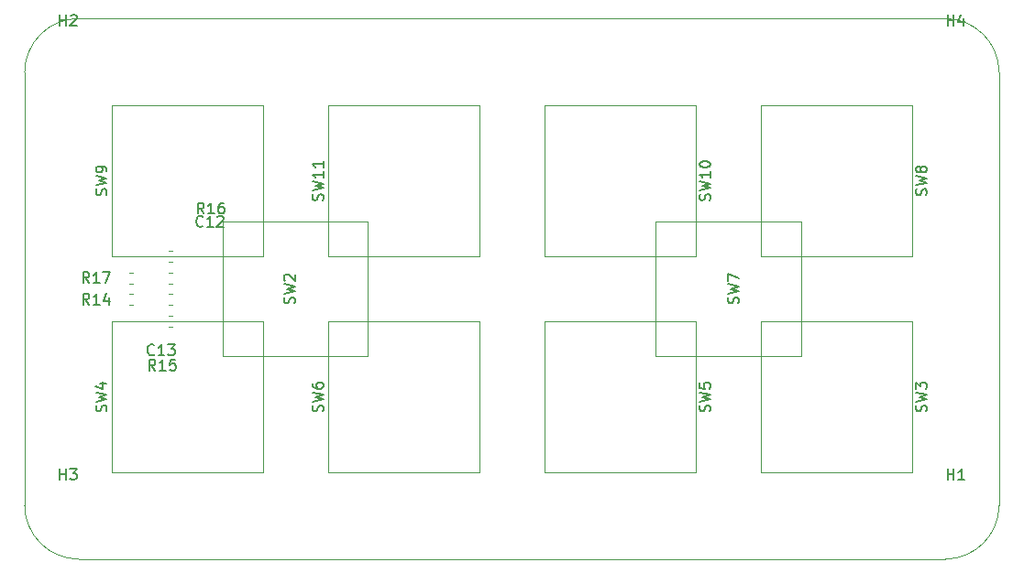
<source format=gto>
G04 #@! TF.GenerationSoftware,KiCad,Pcbnew,(5.99.0-4013-gfd874d834)*
G04 #@! TF.CreationDate,2020-10-14T12:43:31+02:00*
G04 #@! TF.ProjectId,OtterPill,4f747465-7250-4696-9c6c-2e6b69636164,rev?*
G04 #@! TF.SameCoordinates,Original*
G04 #@! TF.FileFunction,Legend,Top*
G04 #@! TF.FilePolarity,Positive*
%FSLAX46Y46*%
G04 Gerber Fmt 4.6, Leading zero omitted, Abs format (unit mm)*
G04 Created by KiCad (PCBNEW (5.99.0-4013-gfd874d834)) date 2020-10-14 12:43:31*
%MOMM*%
%LPD*%
G01*
G04 APERTURE LIST*
G04 #@! TA.AperFunction,Profile*
%ADD10C,0.050000*%
G04 #@! TD*
%ADD11C,0.150000*%
%ADD12C,0.120000*%
G04 APERTURE END LIST*
D10*
X225200000Y-48500000D02*
X225200000Y-88500000D01*
X140200000Y-93500000D02*
G75*
G02*
X135200000Y-88500000I0J5000000D01*
G01*
X220200000Y-43500000D02*
G75*
G02*
X225200000Y-48500000I0J-5000000D01*
G01*
X225200000Y-88500000D02*
G75*
G02*
X220200000Y-93500000I-5000000J0D01*
G01*
X140200000Y-43500000D02*
X220200000Y-43500000D01*
X135200000Y-48500000D02*
G75*
G02*
X140200000Y-43500000I5000000J0D01*
G01*
X135200000Y-88500000D02*
X135200000Y-48500000D01*
X220200000Y-93500000D02*
X140200000Y-93500000D01*
D11*
X151657142Y-62657142D02*
X151609523Y-62704761D01*
X151466666Y-62752380D01*
X151371428Y-62752380D01*
X151228571Y-62704761D01*
X151133333Y-62609523D01*
X151085714Y-62514285D01*
X151038095Y-62323809D01*
X151038095Y-62180952D01*
X151085714Y-61990476D01*
X151133333Y-61895238D01*
X151228571Y-61800000D01*
X151371428Y-61752380D01*
X151466666Y-61752380D01*
X151609523Y-61800000D01*
X151657142Y-61847619D01*
X152609523Y-62752380D02*
X152038095Y-62752380D01*
X152323809Y-62752380D02*
X152323809Y-61752380D01*
X152228571Y-61895238D01*
X152133333Y-61990476D01*
X152038095Y-62038095D01*
X152990476Y-61847619D02*
X153038095Y-61800000D01*
X153133333Y-61752380D01*
X153371428Y-61752380D01*
X153466666Y-61800000D01*
X153514285Y-61847619D01*
X153561904Y-61942857D01*
X153561904Y-62038095D01*
X153514285Y-62180952D01*
X152942857Y-62752380D01*
X153561904Y-62752380D01*
X147157142Y-74557142D02*
X147109523Y-74604761D01*
X146966666Y-74652380D01*
X146871428Y-74652380D01*
X146728571Y-74604761D01*
X146633333Y-74509523D01*
X146585714Y-74414285D01*
X146538095Y-74223809D01*
X146538095Y-74080952D01*
X146585714Y-73890476D01*
X146633333Y-73795238D01*
X146728571Y-73700000D01*
X146871428Y-73652380D01*
X146966666Y-73652380D01*
X147109523Y-73700000D01*
X147157142Y-73747619D01*
X148109523Y-74652380D02*
X147538095Y-74652380D01*
X147823809Y-74652380D02*
X147823809Y-73652380D01*
X147728571Y-73795238D01*
X147633333Y-73890476D01*
X147538095Y-73938095D01*
X148442857Y-73652380D02*
X149061904Y-73652380D01*
X148728571Y-74033333D01*
X148871428Y-74033333D01*
X148966666Y-74080952D01*
X149014285Y-74128571D01*
X149061904Y-74223809D01*
X149061904Y-74461904D01*
X149014285Y-74557142D01*
X148966666Y-74604761D01*
X148871428Y-74652380D01*
X148585714Y-74652380D01*
X148490476Y-74604761D01*
X148442857Y-74557142D01*
X141157142Y-69952380D02*
X140823809Y-69476190D01*
X140585714Y-69952380D02*
X140585714Y-68952380D01*
X140966666Y-68952380D01*
X141061904Y-69000000D01*
X141109523Y-69047619D01*
X141157142Y-69142857D01*
X141157142Y-69285714D01*
X141109523Y-69380952D01*
X141061904Y-69428571D01*
X140966666Y-69476190D01*
X140585714Y-69476190D01*
X142109523Y-69952380D02*
X141538095Y-69952380D01*
X141823809Y-69952380D02*
X141823809Y-68952380D01*
X141728571Y-69095238D01*
X141633333Y-69190476D01*
X141538095Y-69238095D01*
X142966666Y-69285714D02*
X142966666Y-69952380D01*
X142728571Y-68904761D02*
X142490476Y-69619047D01*
X143109523Y-69619047D01*
X147257142Y-76052380D02*
X146923809Y-75576190D01*
X146685714Y-76052380D02*
X146685714Y-75052380D01*
X147066666Y-75052380D01*
X147161904Y-75100000D01*
X147209523Y-75147619D01*
X147257142Y-75242857D01*
X147257142Y-75385714D01*
X147209523Y-75480952D01*
X147161904Y-75528571D01*
X147066666Y-75576190D01*
X146685714Y-75576190D01*
X148209523Y-76052380D02*
X147638095Y-76052380D01*
X147923809Y-76052380D02*
X147923809Y-75052380D01*
X147828571Y-75195238D01*
X147733333Y-75290476D01*
X147638095Y-75338095D01*
X149114285Y-75052380D02*
X148638095Y-75052380D01*
X148590476Y-75528571D01*
X148638095Y-75480952D01*
X148733333Y-75433333D01*
X148971428Y-75433333D01*
X149066666Y-75480952D01*
X149114285Y-75528571D01*
X149161904Y-75623809D01*
X149161904Y-75861904D01*
X149114285Y-75957142D01*
X149066666Y-76004761D01*
X148971428Y-76052380D01*
X148733333Y-76052380D01*
X148638095Y-76004761D01*
X148590476Y-75957142D01*
X151757142Y-61552380D02*
X151423809Y-61076190D01*
X151185714Y-61552380D02*
X151185714Y-60552380D01*
X151566666Y-60552380D01*
X151661904Y-60600000D01*
X151709523Y-60647619D01*
X151757142Y-60742857D01*
X151757142Y-60885714D01*
X151709523Y-60980952D01*
X151661904Y-61028571D01*
X151566666Y-61076190D01*
X151185714Y-61076190D01*
X152709523Y-61552380D02*
X152138095Y-61552380D01*
X152423809Y-61552380D02*
X152423809Y-60552380D01*
X152328571Y-60695238D01*
X152233333Y-60790476D01*
X152138095Y-60838095D01*
X153566666Y-60552380D02*
X153376190Y-60552380D01*
X153280952Y-60600000D01*
X153233333Y-60647619D01*
X153138095Y-60790476D01*
X153090476Y-60980952D01*
X153090476Y-61361904D01*
X153138095Y-61457142D01*
X153185714Y-61504761D01*
X153280952Y-61552380D01*
X153471428Y-61552380D01*
X153566666Y-61504761D01*
X153614285Y-61457142D01*
X153661904Y-61361904D01*
X153661904Y-61123809D01*
X153614285Y-61028571D01*
X153566666Y-60980952D01*
X153471428Y-60933333D01*
X153280952Y-60933333D01*
X153185714Y-60980952D01*
X153138095Y-61028571D01*
X153090476Y-61123809D01*
X141157142Y-67952380D02*
X140823809Y-67476190D01*
X140585714Y-67952380D02*
X140585714Y-66952380D01*
X140966666Y-66952380D01*
X141061904Y-67000000D01*
X141109523Y-67047619D01*
X141157142Y-67142857D01*
X141157142Y-67285714D01*
X141109523Y-67380952D01*
X141061904Y-67428571D01*
X140966666Y-67476190D01*
X140585714Y-67476190D01*
X142109523Y-67952380D02*
X141538095Y-67952380D01*
X141823809Y-67952380D02*
X141823809Y-66952380D01*
X141728571Y-67095238D01*
X141633333Y-67190476D01*
X141538095Y-67238095D01*
X142442857Y-66952380D02*
X143109523Y-66952380D01*
X142680952Y-67952380D01*
X160104761Y-69833333D02*
X160152380Y-69690476D01*
X160152380Y-69452380D01*
X160104761Y-69357142D01*
X160057142Y-69309523D01*
X159961904Y-69261904D01*
X159866666Y-69261904D01*
X159771428Y-69309523D01*
X159723809Y-69357142D01*
X159676190Y-69452380D01*
X159628571Y-69642857D01*
X159580952Y-69738095D01*
X159533333Y-69785714D01*
X159438095Y-69833333D01*
X159342857Y-69833333D01*
X159247619Y-69785714D01*
X159200000Y-69738095D01*
X159152380Y-69642857D01*
X159152380Y-69404761D01*
X159200000Y-69261904D01*
X159152380Y-68928571D02*
X160152380Y-68690476D01*
X159438095Y-68500000D01*
X160152380Y-68309523D01*
X159152380Y-68071428D01*
X159247619Y-67738095D02*
X159200000Y-67690476D01*
X159152380Y-67595238D01*
X159152380Y-67357142D01*
X159200000Y-67261904D01*
X159247619Y-67214285D01*
X159342857Y-67166666D01*
X159438095Y-67166666D01*
X159580952Y-67214285D01*
X160152380Y-67785714D01*
X160152380Y-67166666D01*
X142730761Y-79833333D02*
X142778380Y-79690476D01*
X142778380Y-79452380D01*
X142730761Y-79357142D01*
X142683142Y-79309523D01*
X142587904Y-79261904D01*
X142492666Y-79261904D01*
X142397428Y-79309523D01*
X142349809Y-79357142D01*
X142302190Y-79452380D01*
X142254571Y-79642857D01*
X142206952Y-79738095D01*
X142159333Y-79785714D01*
X142064095Y-79833333D01*
X141968857Y-79833333D01*
X141873619Y-79785714D01*
X141826000Y-79738095D01*
X141778380Y-79642857D01*
X141778380Y-79404761D01*
X141826000Y-79261904D01*
X141778380Y-78928571D02*
X142778380Y-78690476D01*
X142064095Y-78500000D01*
X142778380Y-78309523D01*
X141778380Y-78071428D01*
X142111714Y-77261904D02*
X142778380Y-77261904D01*
X141730761Y-77500000D02*
X142445047Y-77738095D01*
X142445047Y-77119047D01*
X201104761Y-69833333D02*
X201152380Y-69690476D01*
X201152380Y-69452380D01*
X201104761Y-69357142D01*
X201057142Y-69309523D01*
X200961904Y-69261904D01*
X200866666Y-69261904D01*
X200771428Y-69309523D01*
X200723809Y-69357142D01*
X200676190Y-69452380D01*
X200628571Y-69642857D01*
X200580952Y-69738095D01*
X200533333Y-69785714D01*
X200438095Y-69833333D01*
X200342857Y-69833333D01*
X200247619Y-69785714D01*
X200200000Y-69738095D01*
X200152380Y-69642857D01*
X200152380Y-69404761D01*
X200200000Y-69261904D01*
X200152380Y-68928571D02*
X201152380Y-68690476D01*
X200438095Y-68500000D01*
X201152380Y-68309523D01*
X200152380Y-68071428D01*
X200152380Y-67785714D02*
X200152380Y-67119047D01*
X201152380Y-67547619D01*
X218478761Y-59833333D02*
X218526380Y-59690476D01*
X218526380Y-59452380D01*
X218478761Y-59357142D01*
X218431142Y-59309523D01*
X218335904Y-59261904D01*
X218240666Y-59261904D01*
X218145428Y-59309523D01*
X218097809Y-59357142D01*
X218050190Y-59452380D01*
X218002571Y-59642857D01*
X217954952Y-59738095D01*
X217907333Y-59785714D01*
X217812095Y-59833333D01*
X217716857Y-59833333D01*
X217621619Y-59785714D01*
X217574000Y-59738095D01*
X217526380Y-59642857D01*
X217526380Y-59404761D01*
X217574000Y-59261904D01*
X217526380Y-58928571D02*
X218526380Y-58690476D01*
X217812095Y-58500000D01*
X218526380Y-58309523D01*
X217526380Y-58071428D01*
X217954952Y-57547619D02*
X217907333Y-57642857D01*
X217859714Y-57690476D01*
X217764476Y-57738095D01*
X217716857Y-57738095D01*
X217621619Y-57690476D01*
X217574000Y-57642857D01*
X217526380Y-57547619D01*
X217526380Y-57357142D01*
X217574000Y-57261904D01*
X217621619Y-57214285D01*
X217716857Y-57166666D01*
X217764476Y-57166666D01*
X217859714Y-57214285D01*
X217907333Y-57261904D01*
X217954952Y-57357142D01*
X217954952Y-57547619D01*
X218002571Y-57642857D01*
X218050190Y-57690476D01*
X218145428Y-57738095D01*
X218335904Y-57738095D01*
X218431142Y-57690476D01*
X218478761Y-57642857D01*
X218526380Y-57547619D01*
X218526380Y-57357142D01*
X218478761Y-57261904D01*
X218431142Y-57214285D01*
X218335904Y-57166666D01*
X218145428Y-57166666D01*
X218050190Y-57214285D01*
X218002571Y-57261904D01*
X217954952Y-57357142D01*
X142730761Y-59833333D02*
X142778380Y-59690476D01*
X142778380Y-59452380D01*
X142730761Y-59357142D01*
X142683142Y-59309523D01*
X142587904Y-59261904D01*
X142492666Y-59261904D01*
X142397428Y-59309523D01*
X142349809Y-59357142D01*
X142302190Y-59452380D01*
X142254571Y-59642857D01*
X142206952Y-59738095D01*
X142159333Y-59785714D01*
X142064095Y-59833333D01*
X141968857Y-59833333D01*
X141873619Y-59785714D01*
X141826000Y-59738095D01*
X141778380Y-59642857D01*
X141778380Y-59404761D01*
X141826000Y-59261904D01*
X141778380Y-58928571D02*
X142778380Y-58690476D01*
X142064095Y-58500000D01*
X142778380Y-58309523D01*
X141778380Y-58071428D01*
X142778380Y-57642857D02*
X142778380Y-57452380D01*
X142730761Y-57357142D01*
X142683142Y-57309523D01*
X142540285Y-57214285D01*
X142349809Y-57166666D01*
X141968857Y-57166666D01*
X141873619Y-57214285D01*
X141826000Y-57261904D01*
X141778380Y-57357142D01*
X141778380Y-57547619D01*
X141826000Y-57642857D01*
X141873619Y-57690476D01*
X141968857Y-57738095D01*
X142206952Y-57738095D01*
X142302190Y-57690476D01*
X142349809Y-57642857D01*
X142397428Y-57547619D01*
X142397428Y-57357142D01*
X142349809Y-57261904D01*
X142302190Y-57214285D01*
X142206952Y-57166666D01*
X198478761Y-60309523D02*
X198526380Y-60166666D01*
X198526380Y-59928571D01*
X198478761Y-59833333D01*
X198431142Y-59785714D01*
X198335904Y-59738095D01*
X198240666Y-59738095D01*
X198145428Y-59785714D01*
X198097809Y-59833333D01*
X198050190Y-59928571D01*
X198002571Y-60119047D01*
X197954952Y-60214285D01*
X197907333Y-60261904D01*
X197812095Y-60309523D01*
X197716857Y-60309523D01*
X197621619Y-60261904D01*
X197574000Y-60214285D01*
X197526380Y-60119047D01*
X197526380Y-59880952D01*
X197574000Y-59738095D01*
X197526380Y-59404761D02*
X198526380Y-59166666D01*
X197812095Y-58976190D01*
X198526380Y-58785714D01*
X197526380Y-58547619D01*
X198526380Y-57642857D02*
X198526380Y-58214285D01*
X198526380Y-57928571D02*
X197526380Y-57928571D01*
X197669238Y-58023809D01*
X197764476Y-58119047D01*
X197812095Y-58214285D01*
X197526380Y-57023809D02*
X197526380Y-56928571D01*
X197574000Y-56833333D01*
X197621619Y-56785714D01*
X197716857Y-56738095D01*
X197907333Y-56690476D01*
X198145428Y-56690476D01*
X198335904Y-56738095D01*
X198431142Y-56785714D01*
X198478761Y-56833333D01*
X198526380Y-56928571D01*
X198526380Y-57023809D01*
X198478761Y-57119047D01*
X198431142Y-57166666D01*
X198335904Y-57214285D01*
X198145428Y-57261904D01*
X197907333Y-57261904D01*
X197716857Y-57214285D01*
X197621619Y-57166666D01*
X197574000Y-57119047D01*
X197526380Y-57023809D01*
X162730761Y-60309523D02*
X162778380Y-60166666D01*
X162778380Y-59928571D01*
X162730761Y-59833333D01*
X162683142Y-59785714D01*
X162587904Y-59738095D01*
X162492666Y-59738095D01*
X162397428Y-59785714D01*
X162349809Y-59833333D01*
X162302190Y-59928571D01*
X162254571Y-60119047D01*
X162206952Y-60214285D01*
X162159333Y-60261904D01*
X162064095Y-60309523D01*
X161968857Y-60309523D01*
X161873619Y-60261904D01*
X161826000Y-60214285D01*
X161778380Y-60119047D01*
X161778380Y-59880952D01*
X161826000Y-59738095D01*
X161778380Y-59404761D02*
X162778380Y-59166666D01*
X162064095Y-58976190D01*
X162778380Y-58785714D01*
X161778380Y-58547619D01*
X162778380Y-57642857D02*
X162778380Y-58214285D01*
X162778380Y-57928571D02*
X161778380Y-57928571D01*
X161921238Y-58023809D01*
X162016476Y-58119047D01*
X162064095Y-58214285D01*
X162778380Y-56690476D02*
X162778380Y-57261904D01*
X162778380Y-56976190D02*
X161778380Y-56976190D01*
X161921238Y-57071428D01*
X162016476Y-57166666D01*
X162064095Y-57261904D01*
X198478761Y-79833333D02*
X198526380Y-79690476D01*
X198526380Y-79452380D01*
X198478761Y-79357142D01*
X198431142Y-79309523D01*
X198335904Y-79261904D01*
X198240666Y-79261904D01*
X198145428Y-79309523D01*
X198097809Y-79357142D01*
X198050190Y-79452380D01*
X198002571Y-79642857D01*
X197954952Y-79738095D01*
X197907333Y-79785714D01*
X197812095Y-79833333D01*
X197716857Y-79833333D01*
X197621619Y-79785714D01*
X197574000Y-79738095D01*
X197526380Y-79642857D01*
X197526380Y-79404761D01*
X197574000Y-79261904D01*
X197526380Y-78928571D02*
X198526380Y-78690476D01*
X197812095Y-78500000D01*
X198526380Y-78309523D01*
X197526380Y-78071428D01*
X197526380Y-77214285D02*
X197526380Y-77690476D01*
X198002571Y-77738095D01*
X197954952Y-77690476D01*
X197907333Y-77595238D01*
X197907333Y-77357142D01*
X197954952Y-77261904D01*
X198002571Y-77214285D01*
X198097809Y-77166666D01*
X198335904Y-77166666D01*
X198431142Y-77214285D01*
X198478761Y-77261904D01*
X198526380Y-77357142D01*
X198526380Y-77595238D01*
X198478761Y-77690476D01*
X198431142Y-77738095D01*
X218478761Y-79833333D02*
X218526380Y-79690476D01*
X218526380Y-79452380D01*
X218478761Y-79357142D01*
X218431142Y-79309523D01*
X218335904Y-79261904D01*
X218240666Y-79261904D01*
X218145428Y-79309523D01*
X218097809Y-79357142D01*
X218050190Y-79452380D01*
X218002571Y-79642857D01*
X217954952Y-79738095D01*
X217907333Y-79785714D01*
X217812095Y-79833333D01*
X217716857Y-79833333D01*
X217621619Y-79785714D01*
X217574000Y-79738095D01*
X217526380Y-79642857D01*
X217526380Y-79404761D01*
X217574000Y-79261904D01*
X217526380Y-78928571D02*
X218526380Y-78690476D01*
X217812095Y-78500000D01*
X218526380Y-78309523D01*
X217526380Y-78071428D01*
X217526380Y-77785714D02*
X217526380Y-77166666D01*
X217907333Y-77500000D01*
X217907333Y-77357142D01*
X217954952Y-77261904D01*
X218002571Y-77214285D01*
X218097809Y-77166666D01*
X218335904Y-77166666D01*
X218431142Y-77214285D01*
X218478761Y-77261904D01*
X218526380Y-77357142D01*
X218526380Y-77642857D01*
X218478761Y-77738095D01*
X218431142Y-77785714D01*
X220438095Y-86152380D02*
X220438095Y-85152380D01*
X220438095Y-85628571D02*
X221009523Y-85628571D01*
X221009523Y-86152380D02*
X221009523Y-85152380D01*
X222009523Y-86152380D02*
X221438095Y-86152380D01*
X221723809Y-86152380D02*
X221723809Y-85152380D01*
X221628571Y-85295238D01*
X221533333Y-85390476D01*
X221438095Y-85438095D01*
X138438095Y-44152380D02*
X138438095Y-43152380D01*
X138438095Y-43628571D02*
X139009523Y-43628571D01*
X139009523Y-44152380D02*
X139009523Y-43152380D01*
X139438095Y-43247619D02*
X139485714Y-43200000D01*
X139580952Y-43152380D01*
X139819047Y-43152380D01*
X139914285Y-43200000D01*
X139961904Y-43247619D01*
X140009523Y-43342857D01*
X140009523Y-43438095D01*
X139961904Y-43580952D01*
X139390476Y-44152380D01*
X140009523Y-44152380D01*
X220438095Y-44152380D02*
X220438095Y-43152380D01*
X220438095Y-43628571D02*
X221009523Y-43628571D01*
X221009523Y-44152380D02*
X221009523Y-43152380D01*
X221914285Y-43485714D02*
X221914285Y-44152380D01*
X221676190Y-43104761D02*
X221438095Y-43819047D01*
X222057142Y-43819047D01*
X138438095Y-86152380D02*
X138438095Y-85152380D01*
X138438095Y-85628571D02*
X139009523Y-85628571D01*
X139009523Y-86152380D02*
X139009523Y-85152380D01*
X139390476Y-85152380D02*
X140009523Y-85152380D01*
X139676190Y-85533333D01*
X139819047Y-85533333D01*
X139914285Y-85580952D01*
X139961904Y-85628571D01*
X140009523Y-85723809D01*
X140009523Y-85961904D01*
X139961904Y-86057142D01*
X139914285Y-86104761D01*
X139819047Y-86152380D01*
X139533333Y-86152380D01*
X139438095Y-86104761D01*
X139390476Y-86057142D01*
X162730761Y-79833333D02*
X162778380Y-79690476D01*
X162778380Y-79452380D01*
X162730761Y-79357142D01*
X162683142Y-79309523D01*
X162587904Y-79261904D01*
X162492666Y-79261904D01*
X162397428Y-79309523D01*
X162349809Y-79357142D01*
X162302190Y-79452380D01*
X162254571Y-79642857D01*
X162206952Y-79738095D01*
X162159333Y-79785714D01*
X162064095Y-79833333D01*
X161968857Y-79833333D01*
X161873619Y-79785714D01*
X161826000Y-79738095D01*
X161778380Y-79642857D01*
X161778380Y-79404761D01*
X161826000Y-79261904D01*
X161778380Y-78928571D02*
X162778380Y-78690476D01*
X162064095Y-78500000D01*
X162778380Y-78309523D01*
X161778380Y-78071428D01*
X161778380Y-77261904D02*
X161778380Y-77452380D01*
X161826000Y-77547619D01*
X161873619Y-77595238D01*
X162016476Y-77690476D01*
X162206952Y-77738095D01*
X162587904Y-77738095D01*
X162683142Y-77690476D01*
X162730761Y-77642857D01*
X162778380Y-77547619D01*
X162778380Y-77357142D01*
X162730761Y-77261904D01*
X162683142Y-77214285D01*
X162587904Y-77166666D01*
X162349809Y-77166666D01*
X162254571Y-77214285D01*
X162206952Y-77261904D01*
X162159333Y-77357142D01*
X162159333Y-77547619D01*
X162206952Y-77642857D01*
X162254571Y-77690476D01*
X162349809Y-77738095D01*
D12*
X148528733Y-70010000D02*
X148871267Y-70010000D01*
X148528733Y-68990000D02*
X148871267Y-68990000D01*
X148871267Y-66990000D02*
X148528733Y-66990000D01*
X148871267Y-68010000D02*
X148528733Y-68010000D01*
X144828733Y-68990000D02*
X145171267Y-68990000D01*
X144828733Y-70010000D02*
X145171267Y-70010000D01*
X148871267Y-70990000D02*
X148528733Y-70990000D01*
X148871267Y-72010000D02*
X148528733Y-72010000D01*
X148528733Y-66010000D02*
X148871267Y-66010000D01*
X148528733Y-64990000D02*
X148871267Y-64990000D01*
X145171267Y-68010000D02*
X144828733Y-68010000D01*
X145171267Y-66990000D02*
X144828733Y-66990000D01*
X166900000Y-62300000D02*
X166900000Y-74700000D01*
X153500000Y-74700000D02*
X153500000Y-62300000D01*
X153500000Y-62300000D02*
X166900000Y-62300000D01*
X166900000Y-74700000D02*
X153500000Y-74700000D01*
X143215000Y-71515000D02*
X157185000Y-71515000D01*
X157185000Y-85485000D02*
X143215000Y-85485000D01*
X143215000Y-85485000D02*
X143215000Y-71515000D01*
X157185000Y-71515000D02*
X157185000Y-85485000D01*
X206900000Y-74700000D02*
X193500000Y-74700000D01*
X206900000Y-62300000D02*
X206900000Y-74700000D01*
X193500000Y-62300000D02*
X206900000Y-62300000D01*
X193500000Y-74700000D02*
X193500000Y-62300000D01*
X217185000Y-51515000D02*
X217185000Y-65485000D01*
X217185000Y-65485000D02*
X203215000Y-65485000D01*
X203215000Y-51515000D02*
X217185000Y-51515000D01*
X203215000Y-65485000D02*
X203215000Y-51515000D01*
X143215000Y-51515000D02*
X157185000Y-51515000D01*
X143215000Y-65485000D02*
X143215000Y-51515000D01*
X157185000Y-51515000D02*
X157185000Y-65485000D01*
X157185000Y-65485000D02*
X143215000Y-65485000D01*
X197185000Y-51515000D02*
X197185000Y-65485000D01*
X197185000Y-65485000D02*
X183215000Y-65485000D01*
X183215000Y-51515000D02*
X197185000Y-51515000D01*
X183215000Y-65485000D02*
X183215000Y-51515000D01*
X163215000Y-51515000D02*
X177185000Y-51515000D01*
X177185000Y-65485000D02*
X163215000Y-65485000D01*
X163215000Y-65485000D02*
X163215000Y-51515000D01*
X177185000Y-51515000D02*
X177185000Y-65485000D01*
X183215000Y-71515000D02*
X197185000Y-71515000D01*
X183215000Y-85485000D02*
X183215000Y-71515000D01*
X197185000Y-85485000D02*
X183215000Y-85485000D01*
X197185000Y-71515000D02*
X197185000Y-85485000D01*
X203215000Y-71515000D02*
X217185000Y-71515000D01*
X217185000Y-71515000D02*
X217185000Y-85485000D01*
X203215000Y-85485000D02*
X203215000Y-71515000D01*
X217185000Y-85485000D02*
X203215000Y-85485000D01*
X177185000Y-85485000D02*
X163215000Y-85485000D01*
X163215000Y-71515000D02*
X177185000Y-71515000D01*
X163215000Y-85485000D02*
X163215000Y-71515000D01*
X177185000Y-71515000D02*
X177185000Y-85485000D01*
M02*

</source>
